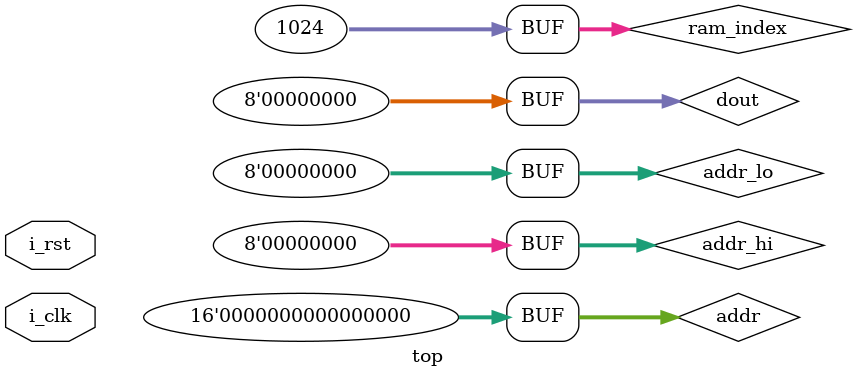
<source format=sv>

module top(
    input  logic i_clk, i_rst
    );

    parameter RAM_DEPTH=1024;
    //RAM
    logic [7:0] BRAM [RAM_DEPTH-1:0];
    logic [15:0] addr = 16'b0;
    logic [7:0] din = 8'b0;
    logic [7:0] dout = 8'b0;
    logic RW;
    logic [7:0] addr_hi;
    logic [7:0] addr_lo;
    assign addr_hi = addr[15:8];
    assign addr_lo = addr[7:0];
    always @(posedge i_clk) begin
        din <= BRAM[addr_lo];
        if (!RW)
            BRAM[addr_lo] <= dout;
    end

    generate
        // if (INIT_FILE != "") begin: use_init_file
        //     initial
        //     $readmemh(INIT_FILE, BRAM, 0, RAM_DEPTH-1);
        // end else begin: init_bram_to_zero
            integer ram_index;
            initial
            for (ram_index = 0; ram_index < RAM_DEPTH; ram_index = ram_index + 1)
                BRAM[ram_index] = '0;
        // end
    endgenerate



    core_simple u_core(
    	.i_clk (i_clk ),
        .i_rst (i_rst ),
        .din   (din   ),
        .addr  (addr  ),
        .dout  (dout  ),
        .RW    (RW    )
    );
    

endmodule

</source>
